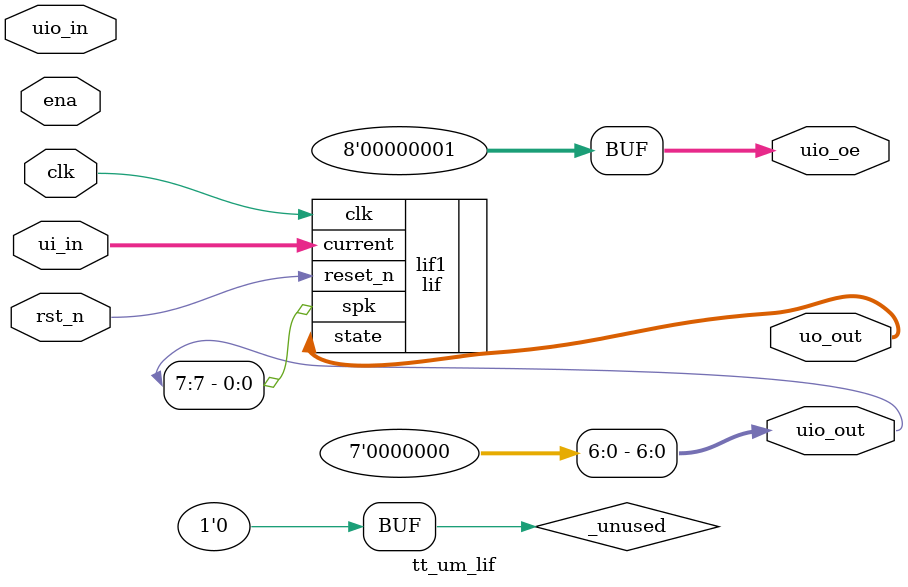
<source format=v>
/*
 * Copyright (c) 2024 Your Name
 * SPDX-License-Identifier: Apache-2.0
 */

`default_nettype none

module tt_um_lif (
    input  wire [7:0] ui_in,    // Dedicated inputs
    output wire [7:0] uo_out,   // Dedicated outputs
    input  wire [7:0] uio_in,   // IOs: Input path
    output wire [7:0] uio_out,  // IOs: Output path
    output wire [7:0] uio_oe,   // IOs: Enable path (active high: 0=input, 1=output)
    input  wire       ena,      // always 1 when the design is powered, so you can ignore it
    input  wire       clk,      // clock
    input  wire       rst_n     // reset_n - low to reset
);

  // All output pins must be assigned. If not used, assign to 0.
  assign uio_out [6:0] = 0;
  assign uio_oe  = 1;

  // List all unused inputs to prevent warnings
  wire _unused = &{ena, uio_in, 1'b0};

  // instantiate lif neuron
  lif lif1 (.current(ui_in), .clk(clk), .reset_n(rst_n), .state(uo_out), .spk(uio_out[7]));

endmodule

</source>
